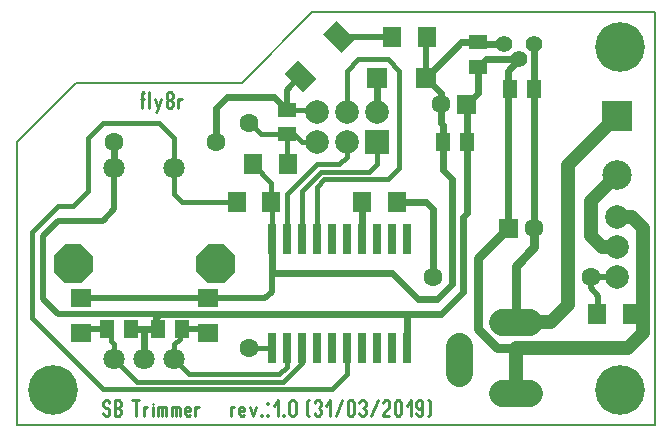
<source format=gbr>
%FSLAX34Y34*%
%MOMM*%
%LNCOPPER_BOTTOM*%
G71*
G01*
%ADD10C, 2.200*%
%ADD11C, 2.300*%
%ADD12C, 1.800*%
%ADD13R, 0.800X2.600*%
%ADD14R, 1.700X1.800*%
%ADD15R, 1.800X1.500*%
%ADD16R, 1.500X1.800*%
%ADD17C, 1.400*%
%ADD18R, 1.200X1.500*%
%ADD19R, 1.500X1.200*%
%ADD20C, 2.000*%
%ADD21C, 2.500*%
%ADD22C, 2.000*%
%ADD23C, 1.600*%
%ADD24C, 1.200*%
%ADD25C, 0.500*%
%ADD26C, 0.800*%
%ADD27C, 0.600*%
%ADD28C, 0.400*%
%ADD29C, 0.238*%
%ADD30C, 4.200*%
%ADD31C, 0.200*%
%LPD*%
X446000Y136600D02*
G54D10*
D03*
X439650Y136600D02*
G54D10*
D03*
X449175Y136600D02*
G54D10*
D03*
X436475Y136600D02*
G54D10*
D03*
X452350Y136600D02*
G54D10*
D03*
X433300Y136600D02*
G54D10*
D03*
X450762Y136600D02*
G54D10*
D03*
X447588Y136600D02*
G54D10*
D03*
X434888Y136600D02*
G54D10*
D03*
X444412Y136600D02*
G54D10*
D03*
X441238Y136600D02*
G54D10*
D03*
X438062Y136600D02*
G54D10*
D03*
X446000Y76275D02*
G54D10*
D03*
X439650Y76275D02*
G54D10*
D03*
X449175Y76275D02*
G54D10*
D03*
X436475Y76275D02*
G54D10*
D03*
X452350Y76275D02*
G54D10*
D03*
X433300Y76275D02*
G54D10*
D03*
X450762Y76275D02*
G54D10*
D03*
X447588Y76275D02*
G54D10*
D03*
X434888Y76275D02*
G54D10*
D03*
X444412Y76275D02*
G54D10*
D03*
X441238Y76275D02*
G54D10*
D03*
X438062Y76275D02*
G54D10*
D03*
X395200Y108025D02*
G54D10*
D03*
X395200Y101675D02*
G54D10*
D03*
X395200Y111200D02*
G54D10*
D03*
X395200Y98500D02*
G54D10*
D03*
X395200Y114375D02*
G54D10*
D03*
X395200Y95325D02*
G54D10*
D03*
X395200Y112788D02*
G54D10*
D03*
X395200Y109612D02*
G54D10*
D03*
X395200Y96912D02*
G54D10*
D03*
X395200Y106438D02*
G54D10*
D03*
X395200Y103262D02*
G54D10*
D03*
X395200Y100088D02*
G54D10*
D03*
G54D11*
X454325Y136600D02*
X431325Y136600D01*
G54D11*
X454325Y76275D02*
X431325Y76275D01*
G54D11*
X395200Y116350D02*
X395200Y93350D01*
X103100Y104850D02*
G54D12*
D03*
X128500Y104850D02*
G54D12*
D03*
X153900Y104850D02*
G54D12*
D03*
X103100Y266775D02*
G54D12*
D03*
X153900Y266775D02*
G54D12*
D03*
G36*
X51675Y178964D02*
X61327Y169312D01*
X75023Y169312D01*
X84675Y178964D01*
X84675Y192660D01*
X75023Y202312D01*
X61327Y202312D01*
X51675Y192660D01*
X51675Y178964D01*
G37*
G36*
X172325Y178964D02*
X181977Y169312D01*
X195673Y169312D01*
X205325Y178964D01*
X205325Y192660D01*
X195673Y202312D01*
X181977Y202312D01*
X172325Y192660D01*
X172325Y178964D01*
G37*
X236450Y206450D02*
G54D13*
D03*
X249150Y206450D02*
G54D13*
D03*
X261850Y206450D02*
G54D13*
D03*
X274550Y206450D02*
G54D13*
D03*
X287250Y206450D02*
G54D13*
D03*
X299950Y206450D02*
G54D13*
D03*
X312650Y206450D02*
G54D13*
D03*
X325350Y206450D02*
G54D13*
D03*
X338050Y206450D02*
G54D13*
D03*
X350750Y206450D02*
G54D13*
D03*
X350750Y114450D02*
G54D13*
D03*
X338050Y114450D02*
G54D13*
D03*
X325350Y114450D02*
G54D13*
D03*
X312650Y114450D02*
G54D13*
D03*
X299950Y114450D02*
G54D13*
D03*
X287250Y114450D02*
G54D13*
D03*
X274550Y114450D02*
G54D13*
D03*
X261850Y114450D02*
G54D13*
D03*
X249150Y114450D02*
G54D13*
D03*
X236450Y114450D02*
G54D13*
D03*
X366625Y342975D02*
G54D14*
D03*
X325350Y342975D02*
G54D14*
D03*
X182475Y127075D02*
G54D15*
D03*
X182475Y156443D02*
G54D15*
D03*
X74525Y127075D02*
G54D15*
D03*
X74525Y156443D02*
G54D15*
D03*
X206605Y238200D02*
G54D16*
D03*
X235973Y238200D02*
G54D16*
D03*
X220575Y269950D02*
G54D16*
D03*
X249943Y269950D02*
G54D16*
D03*
X312650Y238200D02*
G54D16*
D03*
X342018Y238200D02*
G54D16*
D03*
X541250Y142950D02*
G54D16*
D03*
X511882Y142950D02*
G54D16*
D03*
X433300Y371550D02*
G54D17*
D03*
X446000Y358850D02*
G54D17*
D03*
X458700Y371550D02*
G54D17*
D03*
X458700Y333450D02*
G54D18*
D03*
X438100Y333450D02*
G54D18*
D03*
X411075Y352500D02*
G54D19*
D03*
X411075Y373100D02*
G54D19*
D03*
X401550Y289000D02*
G54D18*
D03*
X380950Y289000D02*
G54D18*
D03*
X249150Y295350D02*
G54D19*
D03*
X249150Y315950D02*
G54D19*
D03*
X139612Y130250D02*
G54D18*
D03*
X160212Y130250D02*
G54D18*
D03*
X96750Y130250D02*
G54D18*
D03*
X117350Y130250D02*
G54D18*
D03*
X528550Y174700D02*
G54D20*
D03*
X528550Y200100D02*
G54D20*
D03*
X528550Y225500D02*
G54D20*
D03*
G36*
X516050Y323250D02*
X516050Y298250D01*
X541050Y298250D01*
X541050Y323250D01*
X516050Y323250D01*
G37*
X528550Y260750D02*
G54D21*
D03*
G36*
X335350Y279000D02*
X335350Y299000D01*
X315350Y299000D01*
X315350Y279000D01*
X335350Y279000D01*
G37*
X325350Y314400D02*
G54D22*
D03*
X299950Y289000D02*
G54D22*
D03*
X299950Y314400D02*
G54D22*
D03*
X274550Y289000D02*
G54D22*
D03*
X274550Y314400D02*
G54D22*
D03*
G36*
X428475Y207975D02*
X444475Y207975D01*
X444475Y223975D01*
X428475Y223975D01*
X428475Y207975D01*
G37*
X458700Y215975D02*
G54D23*
D03*
G36*
X409550Y328750D02*
X393550Y328750D01*
X393550Y312750D01*
X409550Y312750D01*
X409550Y328750D01*
G37*
X379325Y320750D02*
G54D23*
D03*
G54D24*
X442825Y76275D02*
X442825Y114375D01*
X538075Y114375D01*
X550775Y127075D01*
X550775Y215975D01*
X541250Y225500D01*
X528550Y225500D01*
G54D24*
X528550Y260750D02*
X506325Y238525D01*
X506325Y209625D01*
X515850Y200100D01*
X528550Y200100D01*
G54D24*
X528550Y310750D02*
X487275Y269475D01*
X487275Y151050D01*
X472825Y136600D01*
X442825Y136600D01*
X506325Y174700D02*
G54D23*
D03*
X372975Y174700D02*
G54D23*
D03*
G54D25*
X528550Y174700D02*
X506325Y174700D01*
G54D25*
X506325Y174700D02*
X506325Y165175D01*
X512675Y158825D01*
X512675Y143743D01*
X511882Y142950D01*
G54D26*
X458700Y215975D02*
X458700Y200100D01*
X442825Y184225D01*
X442825Y136600D01*
G54D26*
X436475Y215975D02*
X411075Y190575D01*
X411075Y130250D01*
X426950Y114375D01*
X442825Y114375D01*
G54D27*
X458700Y244550D02*
X458700Y215975D01*
G54D27*
X458700Y371550D02*
X458700Y244550D01*
G54D27*
X436475Y215975D02*
X436505Y318085D01*
X436475Y349325D01*
X446000Y358850D01*
G54D27*
X433300Y371550D02*
X412625Y371550D01*
X411075Y373100D01*
G54D27*
X446000Y358850D02*
X417425Y358850D01*
X411075Y352500D01*
G54D27*
X411075Y352500D02*
X411075Y330275D01*
X401550Y320750D01*
G54D27*
X411075Y373100D02*
X396750Y373100D01*
X366625Y342975D01*
G54D27*
X366625Y346150D02*
X366625Y342975D01*
X379325Y330275D01*
X379325Y320750D01*
G54D27*
X325350Y314400D02*
X325350Y342975D01*
G54D27*
X401550Y320750D02*
X401550Y289000D01*
G54D27*
X380950Y289000D02*
X380950Y303250D01*
X379325Y304875D01*
X379325Y320750D01*
G54D27*
X401550Y289000D02*
X401550Y228675D01*
X398375Y225500D01*
X398375Y162000D01*
X379325Y142950D01*
X350750Y142950D01*
X350750Y123900D01*
G54D27*
X380950Y289000D02*
X380950Y265150D01*
X388850Y257250D01*
X388850Y168350D01*
X376150Y155650D01*
X360275Y155650D01*
X338050Y177875D01*
X236450Y177875D01*
X236450Y206450D01*
G54D27*
X312650Y238200D02*
X312650Y206450D01*
G54D27*
X372975Y174700D02*
X372975Y231850D01*
X366625Y238200D01*
X342018Y238200D01*
G54D28*
X325350Y289000D02*
X325350Y269950D01*
X319000Y263600D01*
X277725Y263600D01*
X261850Y247725D01*
X261850Y206450D01*
G54D28*
X299950Y289000D02*
X299950Y276300D01*
X293600Y269950D01*
X274550Y269950D01*
X249150Y244550D01*
X249150Y206450D01*
G54D28*
X299950Y314400D02*
X299950Y349325D01*
X309475Y358850D01*
X334875Y358850D01*
X344400Y349325D01*
X344400Y266775D01*
X334875Y257250D01*
X280900Y257250D01*
X274550Y250900D01*
X274550Y206450D01*
X217400Y114375D02*
G54D23*
D03*
X217400Y304875D02*
G54D23*
D03*
G54D28*
X158625Y130250D02*
X158625Y122275D01*
X153900Y117550D01*
X153900Y104850D01*
G54D28*
X99925Y130250D02*
X99925Y120725D01*
X103100Y117550D01*
X103100Y104850D01*
G54D28*
X249150Y114450D02*
X249150Y98500D01*
X242800Y92150D01*
X166600Y92150D01*
X153900Y104850D01*
G54D28*
X261850Y114450D02*
X261850Y101675D01*
X245975Y85800D01*
X122150Y85800D01*
X103100Y104850D01*
G54D28*
X236450Y114450D02*
X217475Y114450D01*
X217400Y114375D01*
G54D28*
X249150Y295350D02*
X249150Y270743D01*
X249943Y269950D01*
G54D28*
X249150Y295350D02*
X255500Y295350D01*
X261850Y289000D01*
X274550Y289000D01*
G54D28*
X249150Y295350D02*
X226925Y295350D01*
X217400Y304875D01*
G54D27*
X350750Y142950D02*
X141200Y142950D01*
X138025Y139775D01*
X138025Y130250D01*
X120525Y130250D01*
G54D27*
X128500Y104850D02*
X128500Y122275D01*
X128500Y130250D01*
G54D25*
X160212Y130250D02*
X179300Y130250D01*
X182475Y127075D01*
G54D25*
X96750Y130250D02*
X77700Y130250D01*
X74525Y127075D01*
G54D25*
X74525Y156443D02*
X182475Y156443D01*
X230893Y156443D01*
X236450Y162000D01*
X236450Y177875D01*
G54D25*
X141200Y142950D02*
X55475Y142950D01*
X42775Y155650D01*
X42775Y209625D01*
X55475Y222325D01*
X93575Y222325D01*
X103100Y231850D01*
X103100Y266775D01*
G54D28*
X153900Y266775D02*
X153900Y292175D01*
X141200Y304875D01*
X93575Y304875D01*
X80875Y292175D01*
X80875Y247725D01*
X68175Y235025D01*
X55475Y235025D01*
X33250Y212800D01*
X33250Y139775D01*
X93575Y79450D01*
X287250Y79450D01*
X299950Y92150D01*
X299950Y114375D01*
G54D28*
X236450Y206450D02*
X236450Y237723D01*
X235973Y238200D01*
G54D28*
X206605Y238200D02*
X160250Y238200D01*
X153900Y244550D01*
X153900Y266775D01*
G54D28*
X235973Y238200D02*
X235973Y254552D01*
X220575Y269950D01*
G54D28*
X249150Y315950D02*
X273000Y315950D01*
X274550Y314400D01*
X188825Y289000D02*
G54D23*
D03*
X103100Y289000D02*
G54D23*
D03*
G54D27*
X188825Y289000D02*
X188825Y317575D01*
X198350Y327100D01*
X238000Y327100D01*
X249150Y315950D01*
G54D27*
X103100Y289000D02*
X103100Y266775D01*
G54D29*
X201525Y57225D02*
X201525Y64725D01*
G54D29*
X201525Y63058D02*
X202858Y64725D01*
X204192Y64725D01*
G54D29*
X212859Y58058D02*
X211792Y57225D01*
X210459Y57225D01*
X209126Y58058D01*
X208859Y59725D01*
X208859Y62558D01*
X209526Y64225D01*
X210859Y64725D01*
X212192Y64225D01*
X212859Y63058D01*
X212859Y61392D01*
X208859Y61392D01*
G54D29*
X217526Y64725D02*
X220193Y57225D01*
X222859Y64725D01*
G54D29*
X228059Y57225D02*
X227526Y57225D01*
X227526Y57892D01*
X228059Y57892D01*
X228059Y57225D01*
X227526Y57225D01*
G54D29*
X232726Y57225D02*
X233259Y57225D01*
X233259Y57892D01*
X232726Y57892D01*
X232726Y57225D01*
G54D29*
X233259Y67225D02*
X232726Y67225D01*
X232726Y67892D01*
X233259Y67892D01*
X233259Y67225D01*
G54D29*
X237926Y65558D02*
X241259Y70558D01*
X241259Y57225D01*
G54D29*
X246459Y57225D02*
X245926Y57225D01*
X245926Y57892D01*
X246459Y57892D01*
X246459Y57225D01*
X245926Y57225D01*
G54D29*
X256459Y68058D02*
X256459Y59725D01*
X255793Y58058D01*
X254459Y57225D01*
X253126Y57225D01*
X251793Y58058D01*
X251126Y59725D01*
X251126Y68058D01*
X251793Y69725D01*
X253126Y70558D01*
X254459Y70558D01*
X255793Y69725D01*
X256459Y68058D01*
G54D29*
X267926Y70558D02*
X266593Y69725D01*
X265926Y68058D01*
X265926Y59725D01*
X266593Y58058D01*
X267926Y57225D01*
G54D29*
X272593Y68058D02*
X273260Y69725D01*
X274593Y70558D01*
X275926Y70558D01*
X277260Y69725D01*
X277926Y68058D01*
X277926Y66392D01*
X277260Y64725D01*
X275926Y63892D01*
X277260Y63058D01*
X277926Y61392D01*
X277926Y59725D01*
X277260Y58058D01*
X275926Y57225D01*
X274593Y57225D01*
X273260Y58058D01*
X272593Y59725D01*
G54D29*
X282593Y65558D02*
X285926Y70558D01*
X285926Y57225D01*
G54D29*
X290593Y57225D02*
X295926Y70558D01*
G54D29*
X305926Y68058D02*
X305926Y59725D01*
X305260Y58058D01*
X303926Y57225D01*
X302593Y57225D01*
X301260Y58058D01*
X300593Y59725D01*
X300593Y68058D01*
X301260Y69725D01*
X302593Y70558D01*
X303926Y70558D01*
X305260Y69725D01*
X305926Y68058D01*
G54D29*
X310593Y68058D02*
X311260Y69725D01*
X312593Y70558D01*
X313926Y70558D01*
X315260Y69725D01*
X315926Y68058D01*
X315926Y66392D01*
X315260Y64725D01*
X313926Y63892D01*
X315260Y63058D01*
X315926Y61392D01*
X315926Y59725D01*
X315260Y58058D01*
X313926Y57225D01*
X312593Y57225D01*
X311260Y58058D01*
X310593Y59725D01*
G54D29*
X320593Y57225D02*
X325926Y70558D01*
G54D29*
X335926Y57225D02*
X330593Y57225D01*
X330593Y58058D01*
X331260Y59725D01*
X335260Y64725D01*
X335926Y66392D01*
X335926Y68058D01*
X335260Y69725D01*
X333926Y70558D01*
X332593Y70558D01*
X331260Y69725D01*
X330593Y68058D01*
G54D29*
X345926Y68058D02*
X345926Y59725D01*
X345260Y58058D01*
X343926Y57225D01*
X342593Y57225D01*
X341260Y58058D01*
X340593Y59725D01*
X340593Y68058D01*
X341260Y69725D01*
X342593Y70558D01*
X343926Y70558D01*
X345260Y69725D01*
X345926Y68058D01*
G54D29*
X350593Y65558D02*
X353926Y70558D01*
X353926Y57225D01*
G54D29*
X358593Y59725D02*
X359260Y58058D01*
X360593Y57225D01*
X361926Y57225D01*
X363260Y58058D01*
X363926Y59725D01*
X363926Y63892D01*
X363926Y64725D01*
X361926Y63058D01*
X360593Y63058D01*
X359260Y63892D01*
X358593Y65558D01*
X358593Y68058D01*
X359260Y69725D01*
X360593Y70558D01*
X361926Y70558D01*
X363260Y69725D01*
X363926Y68058D01*
X363926Y63892D01*
G54D29*
X368593Y70558D02*
X369926Y69725D01*
X370593Y68058D01*
X370593Y59725D01*
X369926Y58058D01*
X368593Y57225D01*
G54D29*
X93575Y59725D02*
X94242Y58058D01*
X95575Y57225D01*
X96908Y57225D01*
X98242Y58058D01*
X98908Y59725D01*
X98908Y61392D01*
X98242Y63058D01*
X96908Y63892D01*
X95575Y63892D01*
X94242Y64725D01*
X93575Y66392D01*
X93575Y68058D01*
X94242Y69725D01*
X95575Y70558D01*
X96908Y70558D01*
X98242Y69725D01*
X98908Y68058D01*
G54D29*
X103575Y57225D02*
X103575Y70558D01*
X106908Y70558D01*
X108242Y69725D01*
X108908Y68058D01*
X108908Y66392D01*
X108242Y64725D01*
X106908Y63892D01*
X108242Y63058D01*
X108908Y61392D01*
X108908Y59725D01*
X108242Y58058D01*
X106908Y57225D01*
X103575Y57225D01*
G54D29*
X103575Y63892D02*
X106908Y63892D01*
G54D29*
X121042Y57225D02*
X121042Y70558D01*
G54D29*
X118375Y70558D02*
X123708Y70558D01*
G54D29*
X128375Y57225D02*
X128375Y64725D01*
G54D29*
X128375Y63058D02*
X129708Y64725D01*
X131042Y64725D01*
G54D29*
X135709Y57225D02*
X135709Y64725D01*
G54D29*
X135709Y67225D02*
X135709Y67225D01*
G54D29*
X140376Y57225D02*
X140376Y64725D01*
G54D29*
X140376Y63392D02*
X141709Y64725D01*
X143043Y64225D01*
X143709Y63058D01*
X143709Y57225D01*
G54D29*
X143709Y63392D02*
X145043Y64725D01*
X146376Y64225D01*
X147043Y63058D01*
X147043Y57225D01*
G54D29*
X151710Y57225D02*
X151710Y64725D01*
G54D29*
X151710Y63392D02*
X153043Y64725D01*
X154377Y64225D01*
X155043Y63058D01*
X155043Y57225D01*
G54D29*
X155043Y63392D02*
X156377Y64725D01*
X157710Y64225D01*
X158377Y63058D01*
X158377Y57225D01*
G54D29*
X167044Y58058D02*
X165977Y57225D01*
X164644Y57225D01*
X163311Y58058D01*
X163044Y59725D01*
X163044Y62558D01*
X163711Y64225D01*
X165044Y64725D01*
X166377Y64225D01*
X167044Y63058D01*
X167044Y61392D01*
X163044Y61392D01*
G54D29*
X171711Y57225D02*
X171711Y64725D01*
G54D29*
X171711Y63058D02*
X173044Y64725D01*
X174378Y64725D01*
G54D29*
X126658Y317575D02*
X126658Y330075D01*
X127325Y330908D01*
X127992Y330408D01*
G54D29*
X125325Y325075D02*
X127992Y325075D01*
G54D29*
X132659Y317575D02*
X132659Y330908D01*
G54D29*
X137326Y325075D02*
X139993Y317575D01*
X142659Y325075D01*
G54D29*
X139993Y317575D02*
X139326Y315075D01*
X138659Y314242D01*
X137993Y314242D01*
G54D29*
X150659Y324242D02*
X149326Y324242D01*
X147993Y325075D01*
X147326Y326742D01*
X147326Y328408D01*
X147993Y330075D01*
X149326Y330908D01*
X150659Y330908D01*
X151993Y330075D01*
X152659Y328408D01*
X152659Y326742D01*
X151993Y325075D01*
X150659Y324242D01*
X151993Y323408D01*
X152659Y321742D01*
X152659Y320075D01*
X151993Y318408D01*
X150659Y317575D01*
X149326Y317575D01*
X147993Y318408D01*
X147326Y320075D01*
X147326Y321742D01*
X147993Y323408D01*
X149326Y324242D01*
G54D29*
X157326Y317575D02*
X157326Y325075D01*
G54D29*
X157326Y323408D02*
X158659Y325075D01*
X159993Y325075D01*
X530800Y368900D02*
G54D30*
D03*
X530800Y78900D02*
G54D30*
D03*
X50800Y78900D02*
G54D30*
D03*
G54D31*
X560800Y398900D02*
X560800Y48900D01*
X20800Y48900D01*
X20800Y288900D01*
X70800Y338900D01*
X210800Y338900D01*
X270800Y398900D01*
X560800Y398900D01*
X338050Y377900D02*
G54D16*
D03*
X367418Y377900D02*
G54D16*
D03*
G36*
X262384Y331128D02*
X273698Y342441D01*
X258141Y357998D01*
X246827Y346684D01*
X262384Y331128D01*
G37*
G36*
X295675Y364418D02*
X306988Y375732D01*
X291432Y391288D01*
X280118Y379974D01*
X295675Y364418D01*
G37*
G54D25*
X366625Y342975D02*
X366625Y377423D01*
X366148Y377900D01*
G54D25*
X336780Y377900D02*
X293900Y377900D01*
X293878Y377922D01*
G54D25*
X249150Y315950D02*
X249150Y333194D01*
X260262Y344563D01*
M02*

</source>
